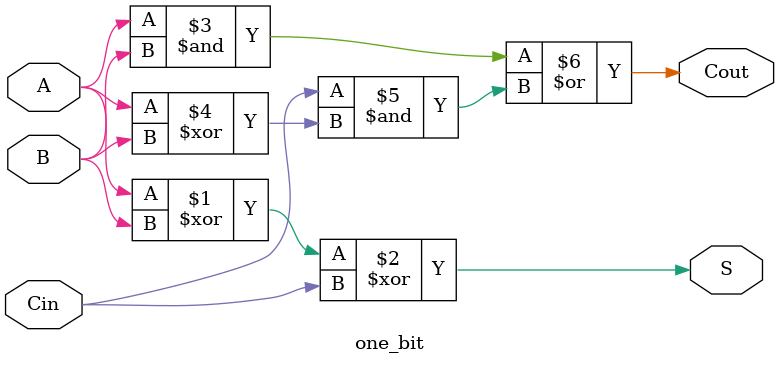
<source format=v>
`timescale 1ns / 1ps


module one_bit(
    input A,
    input B,
    input Cin,
    output S,
    output Cout
    );
    
    assign S = A ^ B ^ Cin;
    assign Cout = (A & B) | (Cin & (A ^ B));
endmodule

</source>
